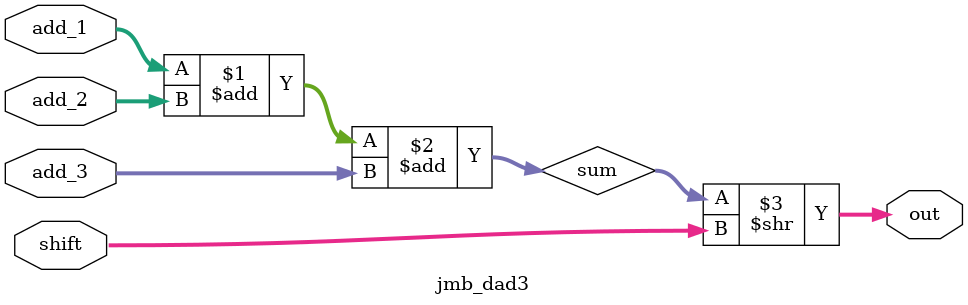
<source format=v>
/*
* File:     jmb_dad2.v
* Author:   Jared Bold
* Date:     10.4.14
* Description:
*   2 adder, one shift divider. Divider adder.
*   
*   -------------------------
*   |add_1                  |
*   |add_2               out|
*   |shift                  |
*   -------------------------
*/

module jmb_dad3(
  add_1,
  add_2,
  add_3,
  shift,
  out
);

// Inputs
input wire [15:0] add_1;
input wire [15:0] add_2;
input wire [15:0] add_3;
input wire [15:0] shift;

// Output
output wire [15:0] out;

// Internals
wire [15:0] sum;

// Assigns
assign sum = add_1 + add_2 + add_3;
assign out = sum >> shift;

endmodule

</source>
